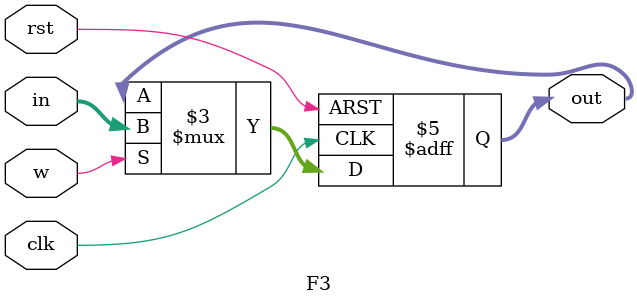
<source format=v>
module F3(
  input [15:0] in,
  input clk,rst,w,
  output reg [15:0] out);
  
  always @(negedge clk, negedge rst)
  begin
     if (!rst) begin
        out <= 16'd0;
     end   
   else if (w) begin
        out <= in;  
   end
  end
  
endmodule


</source>
